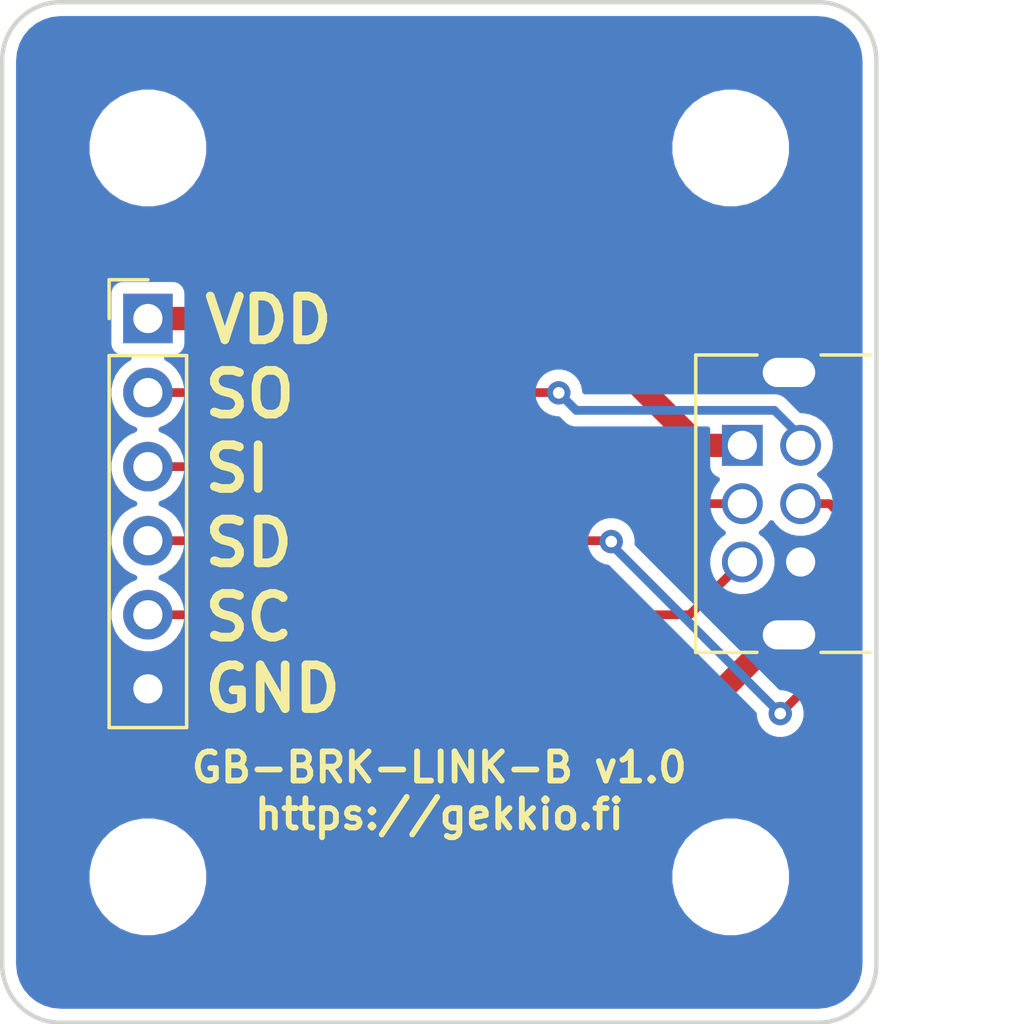
<source format=kicad_pcb>
(kicad_pcb (version 20211014) (generator pcbnew)
  (title_block (title "GB-BRK-LINK-B") (rev "v1.0") (company "https://gekkio.fi"))
  (layers (0 "F.Cu" signal) (31 "B.Cu" signal) (34 "B.Paste" user) (35 "F.Paste" user) (36 "B.SilkS" user "B.Silkscreen") (37 "F.SilkS" user "F.Silkscreen") (38 "B.Mask" user) (39 "F.Mask" user) (44 "Edge.Cuts" user))
  (net 0 "")
  (net 1 "Net-(J1-Pad1)")
  (net 2 "Net-(J1-Pad2)")
  (net 3 "Net-(J1-Pad3)")
  (net 4 "Net-(J1-Pad4)")
  (net 5 "Net-(J1-Pad5)")
  (net 6 "/GND")
  (footprint "MountingHole:MountingHole_3.2mm_M3" (layer "F.Cu") (at 55 55)
    (fp_text reference "H1" hide)
    (fp_text value "DNF" hide)
    (pad "" np_thru_hole circle locked (at 0 0) (size 3.2 3.2) (drill 3.2) (layers *.Cu *.Mask))
  )
  (footprint "MountingHole:MountingHole_3.2mm_M3" (layer "F.Cu") (at 55 80)
    (fp_text reference "H2" hide)
    (fp_text value "DNF" hide)
    (pad "" np_thru_hole circle locked (at 0 0) (size 3.2 3.2) (drill 3.2) (layers *.Cu *.Mask))
  )
  (footprint "MountingHole:MountingHole_3.2mm_M3" (layer "F.Cu") (at 75 55)
    (fp_text reference "H3" hide)
    (fp_text value "DNF" hide)
    (pad "" np_thru_hole circle locked (at 0 0) (size 3.2 3.2) (drill 3.2) (layers *.Cu *.Mask))
  )
  (footprint "MountingHole:MountingHole_3.2mm_M3" (layer "F.Cu") (at 75 80)
    (fp_text reference "H4" hide)
    (fp_text value "DNF" hide)
    (pad "" np_thru_hole circle locked (at 0 0) (size 3.2 3.2) (drill 3.2) (layers *.Cu *.Mask))
  )
  (footprint "Connector_PinHeader_2.54mm:PinHeader_1x06_P2.54mm_Vertical" (layer "F.Cu") (at 55 60.85)
    (fp_text reference "J1" hide)
    (fp_text value "Conn_01x06")
    (fp_line (start -1.33 -1.33) (end 0 -1.33) (layer "F.SilkS") (width 0.12))
    (fp_line (start -1.33 1.27) (end -1.33 14.03) (layer "F.SilkS") (width 0.12))
    (fp_line (start 1.33 1.27) (end 1.33 14.03) (layer "F.SilkS") (width 0.12))
    (fp_line (start -1.33 0) (end -1.33 -1.33) (layer "F.SilkS") (width 0.12))
    (fp_line (start -1.33 1.27) (end 1.33 1.27) (layer "F.SilkS") (width 0.12))
    (fp_line (start -1.33 14.03) (end 1.33 14.03) (layer "F.SilkS") (width 0.12))
    (pad "1" thru_hole rect locked (at 0 0) (size 1.7 1.7) (drill 1) (layers *.Cu *.Mask) (net 1 "Net-(J1-Pad1)"))
    (pad "2" thru_hole oval locked (at 0 2.54) (size 1.7 1.7) (drill 1) (layers *.Cu *.Mask) (net 2 "Net-(J1-Pad2)"))
    (pad "3" thru_hole oval locked (at 0 5.08) (size 1.7 1.7) (drill 1) (layers *.Cu *.Mask) (net 3 "Net-(J1-Pad3)"))
    (pad "4" thru_hole oval locked (at 0 7.62) (size 1.7 1.7) (drill 1) (layers *.Cu *.Mask) (net 4 "Net-(J1-Pad4)"))
    (pad "5" thru_hole oval locked (at 0 10.16) (size 1.7 1.7) (drill 1) (layers *.Cu *.Mask) (net 5 "Net-(J1-Pad5)"))
    (pad "6" thru_hole oval locked (at 0 12.7) (size 1.7 1.7) (drill 1) (layers *.Cu *.Mask) (net 6 "/GND"))
  )
  (footprint "Gekkio_Connector:GameBoy_LinkPort_MGB_Horizontal" (layer "F.Cu") (at 75.4 65.2)
    (fp_text reference "J2" hide)
    (fp_text value "GameBoy_LinkPort")
    (fp_line (start -1.6 7.1) (end 0.5 7.1) (layer "F.SilkS") (width 0.12))
    (fp_line (start 0.5 -3.1) (end -1.6 -3.1) (layer "F.SilkS") (width 0.12))
    (fp_line (start -1.6 -3.1) (end -1.6 7.1) (layer "F.SilkS") (width 0.12))
    (fp_line (start 2.7 7.1) (end 4.4 7.1) (layer "F.SilkS") (width 0.12))
    (fp_line (start 4.4 -3.1) (end 2.7 -3.1) (layer "F.SilkS") (width 0.12))
    (pad "1" thru_hole rect locked (at 0 0) (size 1.4 1.4) (drill 1) (layers *.Cu *.Mask) (net 1 "Net-(J1-Pad1)"))
    (pad "2" thru_hole circle locked (at 2 0) (size 1.4 1.4) (drill 1) (layers *.Cu *.Mask) (net 2 "Net-(J1-Pad2)"))
    (pad "3" thru_hole circle locked (at 0 2) (size 1.4 1.4) (drill 1) (layers *.Cu *.Mask) (net 3 "Net-(J1-Pad3)"))
    (pad "4" thru_hole circle locked (at 2 2) (size 1.4 1.4) (drill 1) (layers *.Cu *.Mask) (net 4 "Net-(J1-Pad4)"))
    (pad "5" thru_hole circle locked (at 0 4) (size 1.4 1.4) (drill 1) (layers *.Cu *.Mask) (net 5 "Net-(J1-Pad5)"))
    (pad "6" thru_hole circle locked (at 2 4) (size 1.4 1.4) (drill 1) (layers *.Cu *.Mask) (net 6 "/GND"))
    (pad "SH" thru_hole oval locked (at 1.6 6.5 90) (size 1.4 2.2) (drill oval 1 1.8) (layers *.Cu *.Mask) (net 6 "/GND"))
    (pad "SH" thru_hole oval locked (at 1.6 -2.5 90) (size 1.4 2.2) (drill oval 1 1.8) (layers *.Cu *.Mask) (net 6 "/GND"))
  )
  (gr_line (start 80 52) (end 80 83) (layer "Edge.Cuts") (width 0.15))
  (gr_line (start 52 85) (end 78 85) (layer "Edge.Cuts") (width 0.15))
  (gr_arc (start 78 50) (mid 79.414214 50.585786) (end 80 52) (layer "Edge.Cuts") (width 0.15))
  (gr_arc (start 80 83) (mid 79.414214 84.414214) (end 78 85) (layer "Edge.Cuts") (width 0.15))
  (gr_arc (start 52 85) (mid 50.585786 84.414214) (end 50 83) (layer "Edge.Cuts") (width 0.15))
  (gr_line (start 52 50) (end 78 50) (layer "Edge.Cuts") (width 0.15))
  (gr_line (start 50 52) (end 50 83) (layer "Edge.Cuts") (width 0.15))
  (gr_arc (start 50 52) (mid 50.585786 50.585786) (end 52 50) (layer "Edge.Cuts") (width 0.15))
  (gr_text "SO" (at 56.8 63.45) (layer "F.SilkS") (effects (font (size 1.5 1.5) (thickness 0.3)) (justify left)))
  (gr_text "SI" (at 56.8 66) (layer "F.SilkS") (effects (font (size 1.5 1.5) (thickness 0.3)) (justify left)))
  (gr_text "SD" (at 56.8 68.55) (layer "F.SilkS") (effects (font (size 1.5 1.5) (thickness 0.3)) (justify left)))
  (gr_text "SC" (at 56.8 71.1) (layer "F.SilkS") (effects (font (size 1.5 1.5) (thickness 0.3)) (justify left)))
  (gr_text "GND" (at 56.8 73.55) (layer "F.SilkS") (effects (font (size 1.5 1.5) (thickness 0.3)) (justify left)))
  (gr_text "VDD" (at 56.8 60.9) (layer "F.SilkS") (effects (font (size 1.5 1.5) (thickness 0.3)) (justify left)))
  (gr_text "GB-BRK-LINK-B v1.0\nhttps://gekkio.fi" (at 65 77.05) (layer "F.SilkS") (effects (font (size 1 1) (thickness 0.2))))
  (segment (start 73.9 65.2) (end 69.55 60.85) (width 0.8) (layer "F.Cu") (net 1))
  (segment (start 75.4 65.2) (end 73.9 65.2) (width 0.8) (layer "F.Cu") (net 1))
  (segment (start 69.55 60.85) (end 55 60.85) (width 0.8) (layer "F.Cu") (net 1))
  (segment (start 77.4 65.05) (end 77.4 65.260002) (width 0.3) (layer "F.Cu") (net 2))
  (segment (start 69.09 63.39) (end 69.1 63.4) (width 0.3) (layer "F.Cu") (net 2))
  (segment (start 55 63.39) (end 69.09 63.39) (width 0.3) (layer "F.Cu") (net 2))
  (via (at 69.1 63.4) (size 0.8) (drill 0.4) (layers "F.Cu" "B.Cu") (net 2))
  (segment (start 77.4 64.9) (end 76.499999 63.999999) (width 0.3) (layer "B.Cu") (net 2))
  (segment (start 69.699999 63.999999) (end 69.1 63.4) (width 0.3) (layer "B.Cu") (net 2))
  (segment (start 77.4 65.2) (end 77.4 64.9) (width 0.3) (layer "B.Cu") (net 2))
  (segment (start 76.499999 63.999999) (end 69.699999 63.999999) (width 0.3) (layer "B.Cu") (net 2))
  (segment (start 72.6 67.2) (end 71.33 65.93) (width 0.3) (layer "F.Cu") (net 3))
  (segment (start 75.4 67.2) (end 72.6 67.2) (width 0.3) (layer "F.Cu") (net 3))
  (segment (start 71.33 65.93) (end 55 65.93) (width 0.3) (layer "F.Cu") (net 3))
  (segment (start 70.87 68.47) (end 70.9 68.5) (width 0.3) (layer "F.Cu") (net 4))
  (segment (start 79.2 71.9) (end 76.7 74.4) (width 0.3) (layer "F.Cu") (net 4))
  (segment (start 79.2 68.010051) (end 79.2 71.9) (width 0.3) (layer "F.Cu") (net 4))
  (segment (start 77.4 67.55) (end 77.102002 67.55) (width 0.3) (layer "F.Cu") (net 4))
  (segment (start 77.4 67.2) (end 78.389949 67.2) (width 0.3) (layer "F.Cu") (net 4))
  (segment (start 78.389949 67.2) (end 79.2 68.010051) (width 0.3) (layer "F.Cu") (net 4))
  (segment (start 55 68.47) (end 70.87 68.47) (width 0.3) (layer "F.Cu") (net 4))
  (via (at 70.9 68.5) (size 0.8) (drill 0.4) (layers "F.Cu" "B.Cu") (net 4))
  (via (at 76.7 74.4) (size 0.8) (drill 0.4) (layers "F.Cu" "B.Cu") (net 4))
  (segment (start 70.9 68.6) (end 70.9 68.5) (width 0.3) (layer "B.Cu") (net 4))
  (segment (start 76.7 74.4) (end 70.9 68.6) (width 0.3) (layer "B.Cu") (net 4))
  (segment (start 75.4 69.2) (end 73.59 71.01) (width 0.3) (layer "F.Cu") (net 5))
  (segment (start 73.59 71.01) (end 55 71.01) (width 0.3) (layer "F.Cu") (net 5))
  (segment (start 77.4 71.3) (end 77 71.7) (width 0.8) (layer "F.Cu") (net 6))
  (segment (start 77.4 69.2) (end 77.4 71.3) (width 0.8) (layer "F.Cu") (net 6))
  (segment (start 76.6 71.7) (end 77 71.7) (width 0.8) (layer "F.Cu") (net 6))
  (segment (start 74.75 73.55) (end 76.6 71.7) (width 0.8) (layer "F.Cu") (net 6))
  (segment (start 55 73.55) (end 74.75 73.55) (width 0.8) (layer "F.Cu") (net 6))
  (zone (net 6) (net_name "/GND") (layer "B.Cu") (connect_pads yes (clearance 0.4)) (min_thickness 0.2) (fill yes (thermal_gap 0.508) (thermal_bridge_width 0.508))
    (polygon (pts (xy 80 50) (xy 50 50) (xy 50 85) (xy 80 85)))
  )
)
</source>
